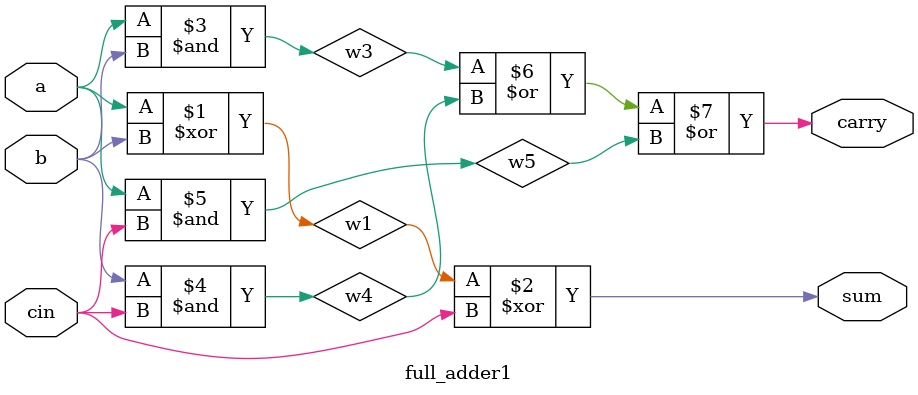
<source format=v>
module full_adder1(a,b,cin,sum,carry);

input a,b,cin;
output sum,carry;
wire w1,w2,w3,w4,w5;

xor x1(w1,a,b);
xor x2(sum,w1,cin);

and a1(w3,a,b);
and a2(w4,b,cin);
and a3(w5,a,cin);

or o1(carry,w3,w4,w5);

endmodule


</source>
